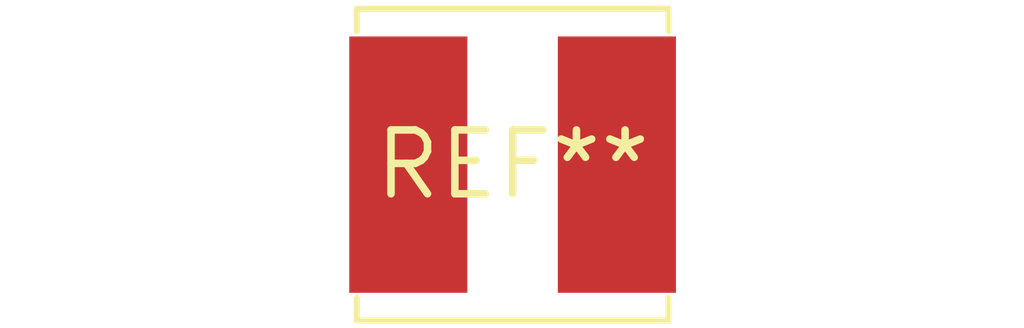
<source format=kicad_pcb>
(kicad_pcb (version 20240108) (generator pcbnew)
  (layers (0 "F.Cu" signal) (31 "B.Cu" signal) (34 "B.Paste" user) (35 "F.Paste" user) (36 "B.SilkS" user "B.Silkscreen") (37 "F.SilkS" user "F.Silkscreen") (38 "B.Mask" user) (39 "F.Mask" user) (44 "Edge.Cuts" user))
  (net 0 "")
  (footprint "L_Bourns_SRN6045TA" (layer "F.Cu") (at 0 0)
    (property "Reference" "REF**")
    (property "Value" "L_Bourns_SRN6045TA")
    (fp_line (start -3.1 -3.1) (end -3.1 -2.65) (layer "F.SilkS") (stroke (width 0.12)))
    (fp_line (start -3.1 -3.1) (end 3.1 -3.1) (layer "F.SilkS") (stroke (width 0.12)))
    (fp_line (start -3.1 3.1) (end -3.1 2.65) (layer "F.SilkS") (stroke (width 0.12)))
    (fp_line (start 3.1 -3.1) (end 3.1 -2.65) (layer "F.SilkS") (stroke (width 0.12)))
    (fp_line (start 3.1 3.1) (end -3.1 3.1) (layer "F.SilkS") (stroke (width 0.12)))
    (fp_line (start 3.1 3.1) (end 3.1 2.65) (layer "F.SilkS") (stroke (width 0.12)))
    (pad "1" smd rect (at -2.075 0) (size 2.35 5.1) (layers "F.Cu" "F.Paste" "F.Mask"))
    (pad "2" smd rect (at 2.075 0) (size 2.35 5.1) (layers "F.Cu" "F.Paste" "F.Mask"))
  )
)
</source>
